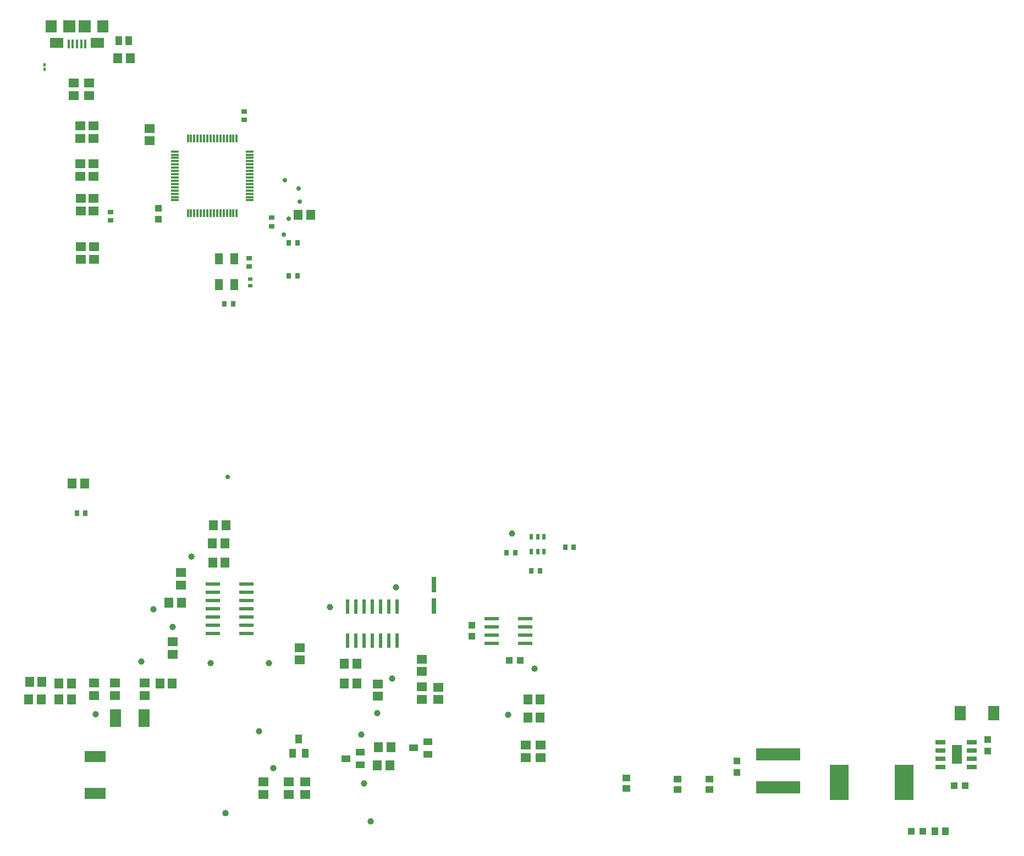
<source format=gbp>
G04*
G04 #@! TF.GenerationSoftware,Altium Limited,Altium Designer,18.0.7 (293)*
G04*
G04 Layer_Color=128*
%FSLAX25Y25*%
%MOIN*%
G70*
G01*
G75*
%ADD58C,0.02756*%
%ADD59R,0.03000X0.09700*%
%ADD60R,0.05600X0.04000*%
%ADD61R,0.06000X0.02520*%
%ADD62R,0.06000X0.11811*%
%ADD63R,0.05118X0.03937*%
%ADD64R,0.07100X0.08700*%
%ADD65R,0.02400X0.08700*%
%ADD66R,0.04000X0.04400*%
%ADD67R,0.04400X0.04000*%
%ADD68R,0.11417X0.21260*%
%ADD69R,0.26800X0.07300*%
%ADD70R,0.03937X0.05118*%
%ADD71R,0.08700X0.02400*%
%ADD72R,0.02400X0.03600*%
%ADD73R,0.04000X0.05600*%
%ADD74R,0.05200X0.06000*%
G04:AMPARAMS|DCode=75|XSize=39.37mil|YSize=39.37mil|CornerRadius=19.68mil|HoleSize=0mil|Usage=FLASHONLY|Rotation=270.000|XOffset=0mil|YOffset=0mil|HoleType=Round|Shape=RoundedRectangle|*
%AMROUNDEDRECTD75*
21,1,0.03937,0.00000,0,0,270.0*
21,1,0.00000,0.03937,0,0,270.0*
1,1,0.03937,0.00000,0.00000*
1,1,0.03937,0.00000,0.00000*
1,1,0.03937,0.00000,0.00000*
1,1,0.03937,0.00000,0.00000*
%
%ADD75ROUNDEDRECTD75*%
%ADD76R,0.06000X0.05200*%
%ADD77R,0.12600X0.07100*%
%ADD78R,0.07100X0.10700*%
%ADD79R,0.02800X0.03600*%
%ADD80R,0.07500X0.07500*%
%ADD81R,0.07100X0.07500*%
%ADD82R,0.08300X0.06300*%
%ADD83R,0.01600X0.05400*%
%ADD84R,0.03600X0.02800*%
%ADD85R,0.04800X0.07100*%
%ADD86R,0.01200X0.04700*%
%ADD87R,0.04700X0.01200*%
%ADD88R,0.04331X0.05512*%
%ADD89R,0.01181X0.01968*%
%ADD90R,0.02800X0.02400*%
D58*
X134819Y222500D02*
D03*
X169000Y369500D02*
D03*
X172000Y379000D02*
D03*
X178413Y389500D02*
D03*
X177913Y397500D02*
D03*
X169500Y402500D02*
D03*
D59*
X260000Y143900D02*
D03*
Y157100D02*
D03*
D60*
X256331Y61740D02*
D03*
Y54200D02*
D03*
X247600Y58000D02*
D03*
X215231Y55240D02*
D03*
Y47700D02*
D03*
X206500Y51500D02*
D03*
D61*
X567000Y46498D02*
D03*
Y51498D02*
D03*
Y61498D02*
D03*
Y56498D02*
D03*
X586000D02*
D03*
Y61498D02*
D03*
Y51498D02*
D03*
Y46498D02*
D03*
D62*
X577000Y53998D02*
D03*
D63*
X407500Y32850D02*
D03*
Y39150D02*
D03*
X376500Y33350D02*
D03*
Y39650D02*
D03*
X427000Y39150D02*
D03*
Y32850D02*
D03*
D64*
X579003Y79000D02*
D03*
X599143D02*
D03*
D65*
X237500Y123200D02*
D03*
X227500D02*
D03*
X237500Y143736D02*
D03*
X227500D02*
D03*
X232500Y123200D02*
D03*
Y143736D02*
D03*
X222500Y123200D02*
D03*
X217500D02*
D03*
X207500D02*
D03*
X222500Y143736D02*
D03*
X217500D02*
D03*
X207500D02*
D03*
X212500Y123200D02*
D03*
Y143736D02*
D03*
D66*
X595500Y62900D02*
D03*
Y56154D02*
D03*
X443500Y49900D02*
D03*
Y43154D02*
D03*
X283000Y132400D02*
D03*
Y125654D02*
D03*
X93000Y378600D02*
D03*
Y385347D02*
D03*
D67*
X575100Y35000D02*
D03*
X581847D02*
D03*
X556100Y7319D02*
D03*
X549354D02*
D03*
X305600Y111000D02*
D03*
X312347D02*
D03*
D68*
X545000Y37000D02*
D03*
X505500D02*
D03*
D69*
X468500Y54100D02*
D03*
Y33961D02*
D03*
D70*
X563550Y7319D02*
D03*
X569850D02*
D03*
D71*
X315300Y136500D02*
D03*
Y131500D02*
D03*
Y121500D02*
D03*
X294764Y136500D02*
D03*
Y131500D02*
D03*
Y121500D02*
D03*
X315300Y126500D02*
D03*
X294764D02*
D03*
X146300Y157500D02*
D03*
Y147500D02*
D03*
X125764Y157500D02*
D03*
Y147500D02*
D03*
X146300Y152500D02*
D03*
X125764D02*
D03*
X146300Y142500D02*
D03*
Y137500D02*
D03*
Y127500D02*
D03*
X125764Y142500D02*
D03*
Y137500D02*
D03*
Y127500D02*
D03*
X146300Y132500D02*
D03*
X125764D02*
D03*
D72*
X326487Y186100D02*
D03*
X322747D02*
D03*
X318947D02*
D03*
Y176972D02*
D03*
X322747D02*
D03*
X326487D02*
D03*
D73*
X181740Y54669D02*
D03*
X174200D02*
D03*
X178000Y63400D02*
D03*
D74*
X205700Y97000D02*
D03*
X213240D02*
D03*
X205700Y109000D02*
D03*
X213240D02*
D03*
X32700Y97000D02*
D03*
X40240D02*
D03*
X125700Y182000D02*
D03*
X133240D02*
D03*
X133300Y170500D02*
D03*
X125760D02*
D03*
X106800Y146000D02*
D03*
X99260D02*
D03*
X316760Y87500D02*
D03*
X324300D02*
D03*
X40240D02*
D03*
X32700D02*
D03*
X316760Y76500D02*
D03*
X324300D02*
D03*
X126200Y193000D02*
D03*
X133740D02*
D03*
X101300Y97000D02*
D03*
X93760D02*
D03*
X226200Y58500D02*
D03*
X233740D02*
D03*
X22300Y98000D02*
D03*
X14760D02*
D03*
X68200Y476500D02*
D03*
X75740D02*
D03*
X177700Y381500D02*
D03*
X185240D02*
D03*
X40700Y218500D02*
D03*
X48240D02*
D03*
X21800Y87500D02*
D03*
X14260D02*
D03*
X225700Y47500D02*
D03*
X233240D02*
D03*
D75*
X321000Y106000D02*
D03*
X160000Y109500D02*
D03*
X124500D02*
D03*
X305000Y78000D02*
D03*
X197000Y143500D02*
D03*
X82500Y110500D02*
D03*
X307247Y188000D02*
D03*
X225500Y79000D02*
D03*
X90000Y142000D02*
D03*
X216000Y66000D02*
D03*
X55000Y78500D02*
D03*
X237000Y155500D02*
D03*
X221500Y13500D02*
D03*
X217500Y36500D02*
D03*
X101500Y131500D02*
D03*
X113000Y174000D02*
D03*
X234501Y100000D02*
D03*
X162500Y45869D02*
D03*
X154000Y68000D02*
D03*
X133500Y18500D02*
D03*
D76*
X87500Y433800D02*
D03*
Y426260D02*
D03*
X101500Y122300D02*
D03*
Y114760D02*
D03*
X178500Y111260D02*
D03*
Y118800D02*
D03*
X172000Y29700D02*
D03*
Y37240D02*
D03*
X84500Y89700D02*
D03*
Y97240D02*
D03*
X182000Y29700D02*
D03*
Y37240D02*
D03*
X252500Y95031D02*
D03*
Y87491D02*
D03*
X54000Y89700D02*
D03*
Y97240D02*
D03*
X156500Y29700D02*
D03*
Y37240D02*
D03*
X252500Y111800D02*
D03*
Y104260D02*
D03*
X66500Y89700D02*
D03*
Y97240D02*
D03*
X324650Y59587D02*
D03*
Y52047D02*
D03*
X106500Y164300D02*
D03*
Y156760D02*
D03*
X50750Y453800D02*
D03*
Y461340D02*
D03*
X41500Y453700D02*
D03*
Y461240D02*
D03*
X53500Y427700D02*
D03*
Y435240D02*
D03*
X45500Y427700D02*
D03*
Y435240D02*
D03*
X53500Y412300D02*
D03*
Y404760D02*
D03*
X45500Y404700D02*
D03*
Y412240D02*
D03*
X53500Y383700D02*
D03*
Y391240D02*
D03*
X46000Y383700D02*
D03*
Y391240D02*
D03*
X54000Y362040D02*
D03*
Y354500D02*
D03*
X46000Y362040D02*
D03*
Y354500D02*
D03*
X262500Y94800D02*
D03*
Y87260D02*
D03*
X226000Y96800D02*
D03*
Y89260D02*
D03*
X315679Y59587D02*
D03*
Y52047D02*
D03*
D77*
X54500Y52600D02*
D03*
Y30476D02*
D03*
D78*
X66800Y76000D02*
D03*
X84161D02*
D03*
D79*
X324100Y165500D02*
D03*
X318941D02*
D03*
X309100Y176500D02*
D03*
X303941D02*
D03*
X344600Y179701D02*
D03*
X339441D02*
D03*
X138100Y327500D02*
D03*
X132941D02*
D03*
X171900Y344500D02*
D03*
X177059D02*
D03*
X171900Y364500D02*
D03*
X177059D02*
D03*
X48600Y200500D02*
D03*
X43441D02*
D03*
D80*
X48300Y495689D02*
D03*
X38776D02*
D03*
D81*
X59300D02*
D03*
X27752D02*
D03*
D82*
X55800Y485650D02*
D03*
X31295D02*
D03*
D83*
X48700Y485177D02*
D03*
X46100D02*
D03*
X43500D02*
D03*
X40980D02*
D03*
X38382D02*
D03*
D84*
X148000Y349900D02*
D03*
Y355059D02*
D03*
X145000Y444100D02*
D03*
Y438941D02*
D03*
X64000Y377900D02*
D03*
Y383059D02*
D03*
X161500Y374400D02*
D03*
Y379559D02*
D03*
D85*
X138900Y354800D02*
D03*
Y339100D02*
D03*
X129400Y354800D02*
D03*
Y339100D02*
D03*
D86*
X140300Y382362D02*
D03*
X138300D02*
D03*
X136400D02*
D03*
X134400D02*
D03*
X132400D02*
D03*
X130500D02*
D03*
X128500D02*
D03*
X126500D02*
D03*
X124516D02*
D03*
X122547D02*
D03*
X120579D02*
D03*
X118610D02*
D03*
X116642D02*
D03*
X114673D02*
D03*
X112705D02*
D03*
X110736D02*
D03*
Y427700D02*
D03*
X112705D02*
D03*
X114673D02*
D03*
X116642D02*
D03*
X118610D02*
D03*
X120579D02*
D03*
X122547D02*
D03*
X124516D02*
D03*
X126500D02*
D03*
X128500D02*
D03*
X130500D02*
D03*
X132400D02*
D03*
X134400D02*
D03*
X136400D02*
D03*
X138300D02*
D03*
X140300D02*
D03*
D87*
X102862Y390236D02*
D03*
Y392205D02*
D03*
Y394173D02*
D03*
Y396142D02*
D03*
Y398110D02*
D03*
Y400079D02*
D03*
Y402047D02*
D03*
Y404016D02*
D03*
Y406000D02*
D03*
Y408000D02*
D03*
Y410000D02*
D03*
Y411900D02*
D03*
Y413900D02*
D03*
Y415900D02*
D03*
Y417800D02*
D03*
Y419800D02*
D03*
X148200D02*
D03*
Y417800D02*
D03*
Y415900D02*
D03*
Y413900D02*
D03*
Y411900D02*
D03*
Y410000D02*
D03*
Y408000D02*
D03*
Y406000D02*
D03*
Y404016D02*
D03*
Y402047D02*
D03*
Y400079D02*
D03*
Y398110D02*
D03*
Y396142D02*
D03*
Y394173D02*
D03*
Y392205D02*
D03*
Y390236D02*
D03*
D88*
X69047Y487000D02*
D03*
X74953D02*
D03*
D89*
X24000Y469622D02*
D03*
Y472378D02*
D03*
D90*
X148500Y338500D02*
D03*
Y342469D02*
D03*
M02*

</source>
